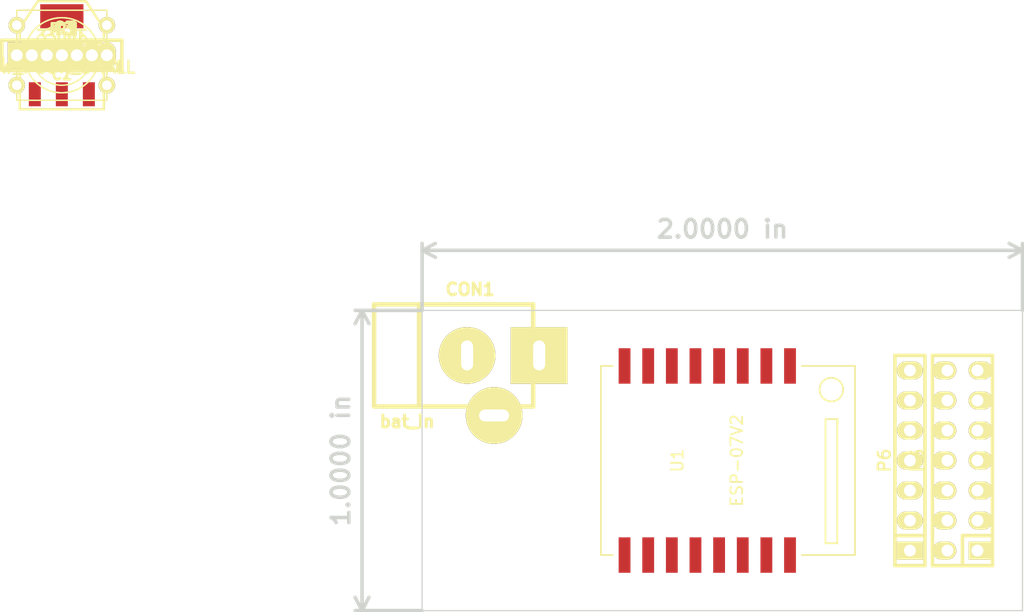
<source format=kicad_pcb>
(kicad_pcb (version 3) (host pcbnew "(2013-jul-07)-stable")

  (general
    (links 59)
    (no_connects 52)
    (area 0 0 0 0)
    (thickness 1.6)
    (drawings 6)
    (tracks 0)
    (zones 0)
    (modules 20)
    (nets 22)
  )

  (page A3)
  (layers
    (15 F.Cu signal)
    (0 B.Cu signal)
    (16 B.Adhes user)
    (17 F.Adhes user)
    (18 B.Paste user)
    (19 F.Paste user)
    (20 B.SilkS user)
    (21 F.SilkS user hide)
    (22 B.Mask user)
    (23 F.Mask user)
    (24 Dwgs.User user)
    (25 Cmts.User user)
    (26 Eco1.User user)
    (27 Eco2.User user)
    (28 Edge.Cuts user)
  )

  (setup
    (last_trace_width 0.254)
    (trace_clearance 0.254)
    (zone_clearance 0.508)
    (zone_45_only no)
    (trace_min 0.254)
    (segment_width 0.2)
    (edge_width 0.1)
    (via_size 0.889)
    (via_drill 0.635)
    (via_min_size 0.889)
    (via_min_drill 0.508)
    (uvia_size 0.508)
    (uvia_drill 0.127)
    (uvias_allowed no)
    (uvia_min_size 0.508)
    (uvia_min_drill 0.127)
    (pcb_text_width 0.3)
    (pcb_text_size 1.5 1.5)
    (mod_edge_width 0.15)
    (mod_text_size 1 1)
    (mod_text_width 0.15)
    (pad_size 1.5 1.5)
    (pad_drill 0.6)
    (pad_to_mask_clearance 0)
    (aux_axis_origin 0 0)
    (visible_elements FFFFFFBF)
    (pcbplotparams
      (layerselection 3178497)
      (usegerberextensions true)
      (excludeedgelayer true)
      (linewidth 0.150000)
      (plotframeref false)
      (viasonmask false)
      (mode 1)
      (useauxorigin false)
      (hpglpennumber 1)
      (hpglpenspeed 20)
      (hpglpendiameter 15)
      (hpglpenoverlay 2)
      (psnegative false)
      (psa4output false)
      (plotreference true)
      (plotvalue true)
      (plotothertext true)
      (plotinvisibletext false)
      (padsonsilk false)
      (subtractmaskfromsilk false)
      (outputformat 1)
      (mirror false)
      (drillshape 1)
      (scaleselection 1)
      (outputdirectory ""))
  )

  (net 0 "")
  (net 1 +3.3V)
  (net 2 +5V)
  (net 3 +5V_CARGADOR)
  (net 4 +5V_USB)
  (net 5 ADC)
  (net 6 ADC_EX)
  (net 7 CH_PD)
  (net 8 D0)
  (net 9 D1)
  (net 10 D2)
  (net 11 D5)
  (net 12 D6)
  (net 13 D7)
  (net 14 FLASH)
  (net 15 GND)
  (net 16 N-0000021)
  (net 17 O02)
  (net 18 O15)
  (net 19 RX)
  (net 20 Reset)
  (net 21 TX)

  (net_class Default "This is the default net class."
    (clearance 0.254)
    (trace_width 0.254)
    (via_dia 0.889)
    (via_drill 0.635)
    (uvia_dia 0.508)
    (uvia_drill 0.127)
    (add_net "")
    (add_net +3.3V)
    (add_net +5V)
    (add_net +5V_CARGADOR)
    (add_net +5V_USB)
    (add_net ADC)
    (add_net ADC_EX)
    (add_net CH_PD)
    (add_net D0)
    (add_net D1)
    (add_net D2)
    (add_net D5)
    (add_net D6)
    (add_net D7)
    (add_net FLASH)
    (add_net GND)
    (add_net N-0000021)
    (add_net O02)
    (add_net O15)
    (add_net RX)
    (add_net Reset)
    (add_net TX)
  )

  (module SW_PUSH_SMALL (layer F.Cu) (tedit 46544DB3) (tstamp 56B29BD7)
    (at 0 0)
    (path /56AB9B49)
    (fp_text reference SW1 (at 0 -0.762) (layer F.SilkS)
      (effects (font (size 1.016 1.016) (thickness 0.2032)))
    )
    (fp_text value SW_PUSH_SMALL (at 0 1.016) (layer F.SilkS)
      (effects (font (size 1.016 1.016) (thickness 0.2032)))
    )
    (fp_circle (center 0 0) (end 0 -2.54) (layer F.SilkS) (width 0.127))
    (fp_line (start -3.81 -3.81) (end 3.81 -3.81) (layer F.SilkS) (width 0.127))
    (fp_line (start 3.81 -3.81) (end 3.81 3.81) (layer F.SilkS) (width 0.127))
    (fp_line (start 3.81 3.81) (end -3.81 3.81) (layer F.SilkS) (width 0.127))
    (fp_line (start -3.81 -3.81) (end -3.81 3.81) (layer F.SilkS) (width 0.127))
    (pad 1 thru_hole circle (at 3.81 -2.54) (size 1.397 1.397) (drill 0.8128)
      (layers *.Cu *.Mask F.SilkS)
      (net 20 Reset)
    )
    (pad 2 thru_hole circle (at 3.81 2.54) (size 1.397 1.397) (drill 0.8128)
      (layers *.Cu *.Mask F.SilkS)
      (net 15 GND)
    )
    (pad 1 thru_hole circle (at -3.81 -2.54) (size 1.397 1.397) (drill 0.8128)
      (layers *.Cu *.Mask F.SilkS)
      (net 20 Reset)
    )
    (pad 2 thru_hole circle (at -3.81 2.54) (size 1.397 1.397) (drill 0.8128)
      (layers *.Cu *.Mask F.SilkS)
      (net 15 GND)
    )
  )

  (module SOT223 (layer F.Cu) (tedit 200000) (tstamp 56B29BE7)
    (at 0 0)
    (descr "module CMS SOT223 4 pins")
    (tags "CMS SOT")
    (path /56B2701C)
    (attr smd)
    (fp_text reference U2 (at 0 -0.762) (layer F.SilkS)
      (effects (font (size 1.016 1.016) (thickness 0.2032)))
    )
    (fp_text value LM1117-3.3V (at 0 0.762) (layer F.SilkS)
      (effects (font (size 1.016 1.016) (thickness 0.2032)))
    )
    (fp_line (start -3.556 1.524) (end -3.556 4.572) (layer F.SilkS) (width 0.2032))
    (fp_line (start -3.556 4.572) (end 3.556 4.572) (layer F.SilkS) (width 0.2032))
    (fp_line (start 3.556 4.572) (end 3.556 1.524) (layer F.SilkS) (width 0.2032))
    (fp_line (start -3.556 -1.524) (end -3.556 -2.286) (layer F.SilkS) (width 0.2032))
    (fp_line (start -3.556 -2.286) (end -2.032 -4.572) (layer F.SilkS) (width 0.2032))
    (fp_line (start -2.032 -4.572) (end 2.032 -4.572) (layer F.SilkS) (width 0.2032))
    (fp_line (start 2.032 -4.572) (end 3.556 -2.286) (layer F.SilkS) (width 0.2032))
    (fp_line (start 3.556 -2.286) (end 3.556 -1.524) (layer F.SilkS) (width 0.2032))
    (pad 4 smd rect (at 0 -3.302) (size 3.6576 2.032)
      (layers F.Cu F.Paste F.Mask)
      (net 15 GND)
    )
    (pad 2 smd rect (at 0 3.302) (size 1.016 2.032)
      (layers F.Cu F.Paste F.Mask)
      (net 1 +3.3V)
    )
    (pad 3 smd rect (at 2.286 3.302) (size 1.016 2.032)
      (layers F.Cu F.Paste F.Mask)
      (net 2 +5V)
    )
    (pad 1 smd rect (at -2.286 3.302) (size 1.016 2.032)
      (layers F.Cu F.Paste F.Mask)
      (net 15 GND)
    )
    (model smd/SOT223.wrl
      (at (xyz 0 0 0))
      (scale (xyz 0.4 0.4 0.4))
      (rotate (xyz 0 0 0))
    )
  )

  (module R3 (layer F.Cu) (tedit 4E4C0E65) (tstamp 56B29BF5)
    (at 0 0)
    (descr "Resitance 3 pas")
    (tags R)
    (path /56B16DB9)
    (autoplace_cost180 10)
    (fp_text reference R6 (at 0 0.127) (layer F.SilkS) hide
      (effects (font (size 1.397 1.27) (thickness 0.2032)))
    )
    (fp_text value 100k (at 0 0.127) (layer F.SilkS)
      (effects (font (size 1.397 1.27) (thickness 0.2032)))
    )
    (fp_line (start -3.81 0) (end -3.302 0) (layer F.SilkS) (width 0.2032))
    (fp_line (start 3.81 0) (end 3.302 0) (layer F.SilkS) (width 0.2032))
    (fp_line (start 3.302 0) (end 3.302 -1.016) (layer F.SilkS) (width 0.2032))
    (fp_line (start 3.302 -1.016) (end -3.302 -1.016) (layer F.SilkS) (width 0.2032))
    (fp_line (start -3.302 -1.016) (end -3.302 1.016) (layer F.SilkS) (width 0.2032))
    (fp_line (start -3.302 1.016) (end 3.302 1.016) (layer F.SilkS) (width 0.2032))
    (fp_line (start 3.302 1.016) (end 3.302 0) (layer F.SilkS) (width 0.2032))
    (fp_line (start -3.302 -0.508) (end -2.794 -1.016) (layer F.SilkS) (width 0.2032))
    (pad 1 thru_hole circle (at -3.81 0) (size 1.397 1.397) (drill 0.8128)
      (layers *.Cu *.Mask F.SilkS)
      (net 5 ADC)
    )
    (pad 2 thru_hole circle (at 3.81 0) (size 1.397 1.397) (drill 0.8128)
      (layers *.Cu *.Mask F.SilkS)
      (net 15 GND)
    )
    (model discret/resistor.wrl
      (at (xyz 0 0 0))
      (scale (xyz 0.3 0.3 0.3))
      (rotate (xyz 0 0 0))
    )
  )

  (module R3 (layer F.Cu) (tedit 4E4C0E65) (tstamp 56B29C03)
    (at 0 0)
    (descr "Resitance 3 pas")
    (tags R)
    (path /56B16DA8)
    (autoplace_cost180 10)
    (fp_text reference R7 (at 0 0.127) (layer F.SilkS) hide
      (effects (font (size 1.397 1.27) (thickness 0.2032)))
    )
    (fp_text value 220k (at 0 0.127) (layer F.SilkS)
      (effects (font (size 1.397 1.27) (thickness 0.2032)))
    )
    (fp_line (start -3.81 0) (end -3.302 0) (layer F.SilkS) (width 0.2032))
    (fp_line (start 3.81 0) (end 3.302 0) (layer F.SilkS) (width 0.2032))
    (fp_line (start 3.302 0) (end 3.302 -1.016) (layer F.SilkS) (width 0.2032))
    (fp_line (start 3.302 -1.016) (end -3.302 -1.016) (layer F.SilkS) (width 0.2032))
    (fp_line (start -3.302 -1.016) (end -3.302 1.016) (layer F.SilkS) (width 0.2032))
    (fp_line (start -3.302 1.016) (end 3.302 1.016) (layer F.SilkS) (width 0.2032))
    (fp_line (start 3.302 1.016) (end 3.302 0) (layer F.SilkS) (width 0.2032))
    (fp_line (start -3.302 -0.508) (end -2.794 -1.016) (layer F.SilkS) (width 0.2032))
    (pad 1 thru_hole circle (at -3.81 0) (size 1.397 1.397) (drill 0.8128)
      (layers *.Cu *.Mask F.SilkS)
      (net 6 ADC_EX)
    )
    (pad 2 thru_hole circle (at 3.81 0) (size 1.397 1.397) (drill 0.8128)
      (layers *.Cu *.Mask F.SilkS)
      (net 5 ADC)
    )
    (model discret/resistor.wrl
      (at (xyz 0 0 0))
      (scale (xyz 0.3 0.3 0.3))
      (rotate (xyz 0 0 0))
    )
  )

  (module R3 (layer F.Cu) (tedit 4E4C0E65) (tstamp 56B29C11)
    (at 0 0)
    (descr "Resitance 3 pas")
    (tags R)
    (path /56AB9C68)
    (autoplace_cost180 10)
    (fp_text reference R5 (at 0 0.127) (layer F.SilkS) hide
      (effects (font (size 1.397 1.27) (thickness 0.2032)))
    )
    (fp_text value 10k (at 0 0.127) (layer F.SilkS)
      (effects (font (size 1.397 1.27) (thickness 0.2032)))
    )
    (fp_line (start -3.81 0) (end -3.302 0) (layer F.SilkS) (width 0.2032))
    (fp_line (start 3.81 0) (end 3.302 0) (layer F.SilkS) (width 0.2032))
    (fp_line (start 3.302 0) (end 3.302 -1.016) (layer F.SilkS) (width 0.2032))
    (fp_line (start 3.302 -1.016) (end -3.302 -1.016) (layer F.SilkS) (width 0.2032))
    (fp_line (start -3.302 -1.016) (end -3.302 1.016) (layer F.SilkS) (width 0.2032))
    (fp_line (start -3.302 1.016) (end 3.302 1.016) (layer F.SilkS) (width 0.2032))
    (fp_line (start 3.302 1.016) (end 3.302 0) (layer F.SilkS) (width 0.2032))
    (fp_line (start -3.302 -0.508) (end -2.794 -1.016) (layer F.SilkS) (width 0.2032))
    (pad 1 thru_hole circle (at -3.81 0) (size 1.397 1.397) (drill 0.8128)
      (layers *.Cu *.Mask F.SilkS)
      (net 17 O02)
    )
    (pad 2 thru_hole circle (at 3.81 0) (size 1.397 1.397) (drill 0.8128)
      (layers *.Cu *.Mask F.SilkS)
      (net 1 +3.3V)
    )
    (model discret/resistor.wrl
      (at (xyz 0 0 0))
      (scale (xyz 0.3 0.3 0.3))
      (rotate (xyz 0 0 0))
    )
  )

  (module R3 (layer F.Cu) (tedit 4E4C0E65) (tstamp 56B29C1F)
    (at 0 0)
    (descr "Resitance 3 pas")
    (tags R)
    (path /56AB9871)
    (autoplace_cost180 10)
    (fp_text reference R1 (at 0 0.127) (layer F.SilkS) hide
      (effects (font (size 1.397 1.27) (thickness 0.2032)))
    )
    (fp_text value 10k (at 0 0.127) (layer F.SilkS)
      (effects (font (size 1.397 1.27) (thickness 0.2032)))
    )
    (fp_line (start -3.81 0) (end -3.302 0) (layer F.SilkS) (width 0.2032))
    (fp_line (start 3.81 0) (end 3.302 0) (layer F.SilkS) (width 0.2032))
    (fp_line (start 3.302 0) (end 3.302 -1.016) (layer F.SilkS) (width 0.2032))
    (fp_line (start 3.302 -1.016) (end -3.302 -1.016) (layer F.SilkS) (width 0.2032))
    (fp_line (start -3.302 -1.016) (end -3.302 1.016) (layer F.SilkS) (width 0.2032))
    (fp_line (start -3.302 1.016) (end 3.302 1.016) (layer F.SilkS) (width 0.2032))
    (fp_line (start 3.302 1.016) (end 3.302 0) (layer F.SilkS) (width 0.2032))
    (fp_line (start -3.302 -0.508) (end -2.794 -1.016) (layer F.SilkS) (width 0.2032))
    (pad 1 thru_hole circle (at -3.81 0) (size 1.397 1.397) (drill 0.8128)
      (layers *.Cu *.Mask F.SilkS)
      (net 14 FLASH)
    )
    (pad 2 thru_hole circle (at 3.81 0) (size 1.397 1.397) (drill 0.8128)
      (layers *.Cu *.Mask F.SilkS)
      (net 1 +3.3V)
    )
    (model discret/resistor.wrl
      (at (xyz 0 0 0))
      (scale (xyz 0.3 0.3 0.3))
      (rotate (xyz 0 0 0))
    )
  )

  (module R3 (layer F.Cu) (tedit 4E4C0E65) (tstamp 56B29C2D)
    (at 0 0)
    (descr "Resitance 3 pas")
    (tags R)
    (path /56AB9B0C)
    (autoplace_cost180 10)
    (fp_text reference R4 (at 0 0.127) (layer F.SilkS) hide
      (effects (font (size 1.397 1.27) (thickness 0.2032)))
    )
    (fp_text value 10k (at 0 0.127) (layer F.SilkS)
      (effects (font (size 1.397 1.27) (thickness 0.2032)))
    )
    (fp_line (start -3.81 0) (end -3.302 0) (layer F.SilkS) (width 0.2032))
    (fp_line (start 3.81 0) (end 3.302 0) (layer F.SilkS) (width 0.2032))
    (fp_line (start 3.302 0) (end 3.302 -1.016) (layer F.SilkS) (width 0.2032))
    (fp_line (start 3.302 -1.016) (end -3.302 -1.016) (layer F.SilkS) (width 0.2032))
    (fp_line (start -3.302 -1.016) (end -3.302 1.016) (layer F.SilkS) (width 0.2032))
    (fp_line (start -3.302 1.016) (end 3.302 1.016) (layer F.SilkS) (width 0.2032))
    (fp_line (start 3.302 1.016) (end 3.302 0) (layer F.SilkS) (width 0.2032))
    (fp_line (start -3.302 -0.508) (end -2.794 -1.016) (layer F.SilkS) (width 0.2032))
    (pad 1 thru_hole circle (at -3.81 0) (size 1.397 1.397) (drill 0.8128)
      (layers *.Cu *.Mask F.SilkS)
      (net 20 Reset)
    )
    (pad 2 thru_hole circle (at 3.81 0) (size 1.397 1.397) (drill 0.8128)
      (layers *.Cu *.Mask F.SilkS)
      (net 1 +3.3V)
    )
    (model discret/resistor.wrl
      (at (xyz 0 0 0))
      (scale (xyz 0.3 0.3 0.3))
      (rotate (xyz 0 0 0))
    )
  )

  (module R3 (layer F.Cu) (tedit 4E4C0E65) (tstamp 56B29C3B)
    (at 0 0)
    (descr "Resitance 3 pas")
    (tags R)
    (path /56AB99C7)
    (autoplace_cost180 10)
    (fp_text reference R2 (at 0 0.127) (layer F.SilkS) hide
      (effects (font (size 1.397 1.27) (thickness 0.2032)))
    )
    (fp_text value 10k (at 0 0.127) (layer F.SilkS)
      (effects (font (size 1.397 1.27) (thickness 0.2032)))
    )
    (fp_line (start -3.81 0) (end -3.302 0) (layer F.SilkS) (width 0.2032))
    (fp_line (start 3.81 0) (end 3.302 0) (layer F.SilkS) (width 0.2032))
    (fp_line (start 3.302 0) (end 3.302 -1.016) (layer F.SilkS) (width 0.2032))
    (fp_line (start 3.302 -1.016) (end -3.302 -1.016) (layer F.SilkS) (width 0.2032))
    (fp_line (start -3.302 -1.016) (end -3.302 1.016) (layer F.SilkS) (width 0.2032))
    (fp_line (start -3.302 1.016) (end 3.302 1.016) (layer F.SilkS) (width 0.2032))
    (fp_line (start 3.302 1.016) (end 3.302 0) (layer F.SilkS) (width 0.2032))
    (fp_line (start -3.302 -0.508) (end -2.794 -1.016) (layer F.SilkS) (width 0.2032))
    (pad 1 thru_hole circle (at -3.81 0) (size 1.397 1.397) (drill 0.8128)
      (layers *.Cu *.Mask F.SilkS)
      (net 7 CH_PD)
    )
    (pad 2 thru_hole circle (at 3.81 0) (size 1.397 1.397) (drill 0.8128)
      (layers *.Cu *.Mask F.SilkS)
      (net 1 +3.3V)
    )
    (model discret/resistor.wrl
      (at (xyz 0 0 0))
      (scale (xyz 0.3 0.3 0.3))
      (rotate (xyz 0 0 0))
    )
  )

  (module R3 (layer F.Cu) (tedit 4E4C0E65) (tstamp 56B29C49)
    (at 0 0)
    (descr "Resitance 3 pas")
    (tags R)
    (path /56AB9A5D)
    (autoplace_cost180 10)
    (fp_text reference R3 (at 0 0.127) (layer F.SilkS) hide
      (effects (font (size 1.397 1.27) (thickness 0.2032)))
    )
    (fp_text value 10k (at 0 0.127) (layer F.SilkS)
      (effects (font (size 1.397 1.27) (thickness 0.2032)))
    )
    (fp_line (start -3.81 0) (end -3.302 0) (layer F.SilkS) (width 0.2032))
    (fp_line (start 3.81 0) (end 3.302 0) (layer F.SilkS) (width 0.2032))
    (fp_line (start 3.302 0) (end 3.302 -1.016) (layer F.SilkS) (width 0.2032))
    (fp_line (start 3.302 -1.016) (end -3.302 -1.016) (layer F.SilkS) (width 0.2032))
    (fp_line (start -3.302 -1.016) (end -3.302 1.016) (layer F.SilkS) (width 0.2032))
    (fp_line (start -3.302 1.016) (end 3.302 1.016) (layer F.SilkS) (width 0.2032))
    (fp_line (start 3.302 1.016) (end 3.302 0) (layer F.SilkS) (width 0.2032))
    (fp_line (start -3.302 -0.508) (end -2.794 -1.016) (layer F.SilkS) (width 0.2032))
    (pad 1 thru_hole circle (at -3.81 0) (size 1.397 1.397) (drill 0.8128)
      (layers *.Cu *.Mask F.SilkS)
      (net 18 O15)
    )
    (pad 2 thru_hole circle (at 3.81 0) (size 1.397 1.397) (drill 0.8128)
      (layers *.Cu *.Mask F.SilkS)
      (net 15 GND)
    )
    (model discret/resistor.wrl
      (at (xyz 0 0 0))
      (scale (xyz 0.3 0.3 0.3))
      (rotate (xyz 0 0 0))
    )
  )

  (module pin_socket_7x2 (layer F.Cu) (tedit 4B90DCE3) (tstamp 56B29C61)
    (at 76.2 34.29 90)
    (descr "Pin socket 7x2pin")
    (tags "CONN DEV")
    (path /56B2762B)
    (fp_text reference P5 (at 0 -3.81 90) (layer F.SilkS)
      (effects (font (size 1.016 1.016) (thickness 0.2032)))
    )
    (fp_text value "(GND,VCC)_GPIO" (at 0 -5.08 90) (layer F.SilkS) hide
      (effects (font (size 1.016 0.889) (thickness 0.2032)))
    )
    (fp_line (start -8.89 -2.54) (end 8.89 -2.54) (layer F.SilkS) (width 0.3048))
    (fp_line (start 8.89 -2.54) (end 8.89 2.54) (layer F.SilkS) (width 0.3048))
    (fp_line (start 8.89 2.54) (end -8.89 2.54) (layer F.SilkS) (width 0.3048))
    (fp_line (start -8.89 0) (end -6.35 0) (layer F.SilkS) (width 0.3048))
    (fp_line (start -6.35 0) (end -6.35 2.54) (layer F.SilkS) (width 0.3048))
    (fp_line (start -8.89 -2.54) (end -8.89 2.54) (layer F.SilkS) (width 0.3048))
    (pad 1 thru_hole rect (at -7.62 1.27 90) (size 1.524 1.99898) (drill 1.00076 (offset 0 0.24892))
      (layers *.Cu *.Mask F.SilkS)
      (net 15 GND)
    )
    (pad 2 thru_hole oval (at -7.62 -1.27 90) (size 1.524 1.99898) (drill 1.00076 (offset 0 -0.24892))
      (layers *.Cu *.Mask F.SilkS)
      (net 16 N-0000021)
    )
    (pad 3 thru_hole oval (at -5.08 1.27 90) (size 1.524 1.99898) (drill 1.00076 (offset 0 0.24892))
      (layers *.Cu *.Mask F.SilkS)
      (net 15 GND)
    )
    (pad 4 thru_hole oval (at -5.08 -1.27 90) (size 1.524 1.99898) (drill 1.00076 (offset 0 -0.24892))
      (layers *.Cu *.Mask F.SilkS)
      (net 16 N-0000021)
    )
    (pad 5 thru_hole oval (at -2.54 1.27 90) (size 1.524 1.99898) (drill 1.00076 (offset 0 0.24892))
      (layers *.Cu *.Mask F.SilkS)
      (net 15 GND)
    )
    (pad 6 thru_hole oval (at -2.54 -1.27 90) (size 1.524 1.99898) (drill 1.00076 (offset 0 -0.24892))
      (layers *.Cu *.Mask F.SilkS)
      (net 16 N-0000021)
    )
    (pad 7 thru_hole oval (at 0 1.27 90) (size 1.524 1.99898) (drill 1.00076 (offset 0 0.24892))
      (layers *.Cu *.Mask F.SilkS)
      (net 15 GND)
    )
    (pad 8 thru_hole oval (at 0 -1.27 90) (size 1.524 1.99898) (drill 1.00076 (offset 0 -0.24892))
      (layers *.Cu *.Mask F.SilkS)
      (net 16 N-0000021)
    )
    (pad 9 thru_hole oval (at 2.54 1.27 90) (size 1.524 1.99898) (drill 1.00076 (offset 0 0.24892))
      (layers *.Cu *.Mask F.SilkS)
      (net 15 GND)
    )
    (pad 10 thru_hole oval (at 2.54 -1.27 90) (size 1.524 1.99898) (drill 1.00076 (offset 0 -0.24892))
      (layers *.Cu *.Mask F.SilkS)
      (net 16 N-0000021)
    )
    (pad 11 thru_hole oval (at 5.08 1.27 90) (size 1.524 1.99898) (drill 1.00076 (offset 0 0.24892))
      (layers *.Cu *.Mask F.SilkS)
      (net 15 GND)
    )
    (pad 12 thru_hole oval (at 5.08 -1.27 90) (size 1.524 1.99898) (drill 1.00076 (offset 0 -0.24892))
      (layers *.Cu *.Mask F.SilkS)
      (net 16 N-0000021)
    )
    (pad 13 thru_hole oval (at 7.62 1.27 90) (size 1.524 1.99898) (drill 1.00076 (offset 0 0.24892))
      (layers *.Cu *.Mask F.SilkS)
      (net 15 GND)
    )
    (pad 14 thru_hole oval (at 7.62 -1.27 90) (size 1.524 1.99898) (drill 1.00076 (offset 0 -0.24892))
      (layers *.Cu *.Mask F.SilkS)
      (net 16 N-0000021)
    )
    (model walter/pin_strip/pin_socket_7x2.wrl
      (at (xyz 0 0 0))
      (scale (xyz 1 1 1))
      (rotate (xyz 0 0 0))
    )
  )

  (module pin_socket_7 (layer F.Cu) (tedit 4B90DFA8) (tstamp 56B29C71)
    (at 71.755 34.29 90)
    (descr "Pin socket 7pin")
    (tags "CONN DEV")
    (path /56B276B6)
    (fp_text reference P6 (at 0 -2.159 90) (layer F.SilkS)
      (effects (font (size 1.016 1.016) (thickness 0.2032)))
    )
    (fp_text value salidas_GPIO (at 0.254 -3.556 90) (layer F.SilkS) hide
      (effects (font (size 1.016 0.889) (thickness 0.2032)))
    )
    (fp_line (start -6.35 -1.27) (end -6.35 1.27) (layer F.SilkS) (width 0.3048))
    (fp_line (start -8.89 1.27) (end 8.89 1.27) (layer F.SilkS) (width 0.3048))
    (fp_line (start 8.89 -1.27) (end -8.89 -1.27) (layer F.SilkS) (width 0.3048))
    (fp_line (start -8.89 1.27) (end -8.89 -1.27) (layer F.SilkS) (width 0.3048))
    (fp_line (start 8.89 -1.27) (end 8.89 1.27) (layer F.SilkS) (width 0.3048))
    (pad 1 thru_hole rect (at -7.62 0 90) (size 1.524 2.19964) (drill 1.00076)
      (layers *.Cu *.Mask F.SilkS)
      (net 8 D0)
    )
    (pad 2 thru_hole oval (at -5.08 0 90) (size 1.524 2.19964) (drill 1.00076)
      (layers *.Cu *.Mask F.SilkS)
      (net 9 D1)
    )
    (pad 3 thru_hole oval (at -2.54 0 90) (size 1.524 2.19964) (drill 1.00076)
      (layers *.Cu *.Mask F.SilkS)
      (net 10 D2)
    )
    (pad 4 thru_hole oval (at 0 0 90) (size 1.524 2.19964) (drill 1.00076)
      (layers *.Cu *.Mask F.SilkS)
      (net 11 D5)
    )
    (pad 5 thru_hole oval (at 2.54 0 90) (size 1.524 2.19964) (drill 1.00076)
      (layers *.Cu *.Mask F.SilkS)
      (net 12 D6)
    )
    (pad 6 thru_hole oval (at 5.08 0 90) (size 1.524 2.19964) (drill 1.00076)
      (layers *.Cu *.Mask F.SilkS)
      (net 13 D7)
    )
    (pad 7 thru_hole oval (at 7.62 0 90) (size 1.524 2.19964) (drill 1.00076)
      (layers *.Cu *.Mask F.SilkS)
      (net 6 ADC_EX)
    )
    (model walter/pin_strip/pin_socket_7.wrl
      (at (xyz 0 0 0))
      (scale (xyz 1 1 1))
      (rotate (xyz 0 0 0))
    )
  )

  (module pin_socket_4 (layer F.Cu) (tedit 4B90DFFC) (tstamp 56B29C7E)
    (at 0 0)
    (descr "Pin socket 4pin")
    (tags "CONN DEV")
    (path /56AB909B)
    (fp_text reference P3 (at 0 -2.159) (layer F.SilkS)
      (effects (font (size 1.016 1.016) (thickness 0.2032)))
    )
    (fp_text value uart (at 0.254 -3.556) (layer F.SilkS) hide
      (effects (font (size 1.016 0.889) (thickness 0.2032)))
    )
    (fp_line (start -2.54 -1.27) (end -2.54 1.27) (layer F.SilkS) (width 0.3048))
    (fp_line (start 5.08 1.27) (end -5.08 1.27) (layer F.SilkS) (width 0.3048))
    (fp_line (start -5.08 -1.27) (end 5.08 -1.27) (layer F.SilkS) (width 0.3048))
    (fp_line (start -5.08 1.27) (end -5.08 -1.27) (layer F.SilkS) (width 0.3048))
    (fp_line (start 5.08 -1.27) (end 5.08 1.27) (layer F.SilkS) (width 0.3048))
    (pad 1 thru_hole rect (at -3.81 0) (size 1.524 2.19964) (drill 1.00076)
      (layers *.Cu *.Mask F.SilkS)
      (net 15 GND)
    )
    (pad 2 thru_hole oval (at -1.27 0) (size 1.524 2.19964) (drill 1.00076)
      (layers *.Cu *.Mask F.SilkS)
      (net 21 TX)
    )
    (pad 3 thru_hole oval (at 1.27 0) (size 1.524 2.19964) (drill 1.00076)
      (layers *.Cu *.Mask F.SilkS)
      (net 19 RX)
    )
    (pad 4 thru_hole oval (at 3.81 0) (size 1.524 2.19964) (drill 1.00076)
      (layers *.Cu *.Mask F.SilkS)
      (net 4 +5V_USB)
    )
    (model walter/pin_strip/pin_socket_4.wrl
      (at (xyz 0 0 0))
      (scale (xyz 1 1 1))
      (rotate (xyz 0 0 0))
    )
  )

  (module pin_socket_3 (layer F.Cu) (tedit 4B90E017) (tstamp 56B29C8A)
    (at 0 0)
    (descr "Pin socket 3pin")
    (tags "CONN DEV")
    (path /56AB9EB4)
    (fp_text reference JP3 (at 0 -2.159) (layer F.SilkS)
      (effects (font (size 1.016 1.016) (thickness 0.2032)))
    )
    (fp_text value "jump 3.3v or 5v" (at 0.254 -3.556) (layer F.SilkS) hide
      (effects (font (size 1.016 0.889) (thickness 0.2032)))
    )
    (fp_line (start -1.27 1.27) (end -1.27 -1.27) (layer F.SilkS) (width 0.3048))
    (fp_line (start -3.81 -1.27) (end 3.81 -1.27) (layer F.SilkS) (width 0.3048))
    (fp_line (start 3.81 -1.27) (end 3.81 1.27) (layer F.SilkS) (width 0.3048))
    (fp_line (start 3.81 1.27) (end -3.81 1.27) (layer F.SilkS) (width 0.3048))
    (fp_line (start -3.81 1.27) (end -3.81 -1.27) (layer F.SilkS) (width 0.3048))
    (pad 1 thru_hole rect (at -2.54 0) (size 1.524 2.19964) (drill 1.00076)
      (layers *.Cu *.Mask F.SilkS)
      (net 2 +5V)
    )
    (pad 2 thru_hole oval (at 0 0) (size 1.524 2.19964) (drill 1.00076)
      (layers *.Cu *.Mask F.SilkS)
      (net 16 N-0000021)
    )
    (pad 3 thru_hole oval (at 2.54 0) (size 1.524 2.19964) (drill 1.00076)
      (layers *.Cu *.Mask F.SilkS)
      (net 1 +3.3V)
    )
    (model walter/pin_strip/pin_socket_3.wrl
      (at (xyz 0 0 0))
      (scale (xyz 1 1 1))
      (rotate (xyz 0 0 0))
    )
  )

  (module pin_socket_3 (layer F.Cu) (tedit 4B90E017) (tstamp 56B29C96)
    (at 0 0)
    (descr "Pin socket 3pin")
    (tags "CONN DEV")
    (path /56AB9261)
    (fp_text reference JP1 (at 0 -2.159) (layer F.SilkS)
      (effects (font (size 1.016 1.016) (thickness 0.2032)))
    )
    (fp_text value jump_power_source (at 0.254 -3.556) (layer F.SilkS) hide
      (effects (font (size 1.016 0.889) (thickness 0.2032)))
    )
    (fp_line (start -1.27 1.27) (end -1.27 -1.27) (layer F.SilkS) (width 0.3048))
    (fp_line (start -3.81 -1.27) (end 3.81 -1.27) (layer F.SilkS) (width 0.3048))
    (fp_line (start 3.81 -1.27) (end 3.81 1.27) (layer F.SilkS) (width 0.3048))
    (fp_line (start 3.81 1.27) (end -3.81 1.27) (layer F.SilkS) (width 0.3048))
    (fp_line (start -3.81 1.27) (end -3.81 -1.27) (layer F.SilkS) (width 0.3048))
    (pad 1 thru_hole rect (at -2.54 0) (size 1.524 2.19964) (drill 1.00076)
      (layers *.Cu *.Mask F.SilkS)
      (net 4 +5V_USB)
    )
    (pad 2 thru_hole oval (at 0 0) (size 1.524 2.19964) (drill 1.00076)
      (layers *.Cu *.Mask F.SilkS)
      (net 2 +5V)
    )
    (pad 3 thru_hole oval (at 2.54 0) (size 1.524 2.19964) (drill 1.00076)
      (layers *.Cu *.Mask F.SilkS)
      (net 3 +5V_CARGADOR)
    )
    (model walter/pin_strip/pin_socket_3.wrl
      (at (xyz 0 0 0))
      (scale (xyz 1 1 1))
      (rotate (xyz 0 0 0))
    )
  )

  (module pin_socket_2 (layer F.Cu) (tedit 4F0999B2) (tstamp 56B29CA3)
    (at 0 0)
    (descr "Pin socket 2pin")
    (tags "CONN DEV")
    (path /56AB9921)
    (fp_text reference JP2 (at 0 -2.159) (layer F.SilkS)
      (effects (font (size 1.016 1.016) (thickness 0.2032)))
    )
    (fp_text value JUMPER (at 0.254 -3.556) (layer F.SilkS) hide
      (effects (font (size 1.016 0.889) (thickness 0.2032)))
    )
    (fp_line (start 0 -1.27) (end 0 1.27) (layer F.SilkS) (width 0.3048))
    (fp_line (start 0 1.27) (end -2.54 -1.27) (layer F.SilkS) (width 0.3048))
    (fp_line (start -2.54 1.27) (end 0 -1.27) (layer F.SilkS) (width 0.3048))
    (fp_line (start 2.54 1.27) (end -2.54 1.27) (layer F.SilkS) (width 0.3048))
    (fp_line (start -2.54 -1.27) (end 2.54 -1.27) (layer F.SilkS) (width 0.3048))
    (fp_line (start -2.54 1.27) (end -2.54 -1.27) (layer F.SilkS) (width 0.3048))
    (fp_line (start 2.54 -1.27) (end 2.54 1.27) (layer F.SilkS) (width 0.3048))
    (pad 1 thru_hole rect (at -1.27 0) (size 1.524 2.19964) (drill 1.00076)
      (layers *.Cu *.Mask F.SilkS)
      (net 15 GND)
    )
    (pad 2 thru_hole oval (at 1.27 0) (size 1.524 2.19964) (drill 1.00076)
      (layers *.Cu *.Mask F.SilkS)
      (net 14 FLASH)
    )
    (model walter/pin_strip/pin_socket_2.wrl
      (at (xyz 0 0 0))
      (scale (xyz 1 1 1))
      (rotate (xyz 0 0 0))
    )
  )

  (module JACK_ALIM (layer F.Cu) (tedit 4AF1CB36) (tstamp 56B29CB1)
    (at 34.29 25.4)
    (descr "module 1 pin (ou trou mecanique de percage)")
    (tags "CONN JACK")
    (path /56AB9338)
    (fp_text reference CON1 (at 0.254 -5.588) (layer F.SilkS)
      (effects (font (size 1.016 1.016) (thickness 0.254)))
    )
    (fp_text value bat_in (at -5.08 5.588) (layer F.SilkS)
      (effects (font (size 1.016 1.016) (thickness 0.254)))
    )
    (fp_line (start -7.112 -4.318) (end -7.874 -4.318) (layer F.SilkS) (width 0.381))
    (fp_line (start -7.874 -4.318) (end -7.874 4.318) (layer F.SilkS) (width 0.381))
    (fp_line (start -7.874 4.318) (end -7.112 4.318) (layer F.SilkS) (width 0.381))
    (fp_line (start -4.064 -4.318) (end -4.064 4.318) (layer F.SilkS) (width 0.381))
    (fp_line (start 5.588 -4.318) (end 5.588 4.318) (layer F.SilkS) (width 0.381))
    (fp_line (start -7.112 4.318) (end 5.588 4.318) (layer F.SilkS) (width 0.381))
    (fp_line (start -7.112 -4.318) (end 5.588 -4.318) (layer F.SilkS) (width 0.381))
    (pad 2 thru_hole circle (at 0 0) (size 4.8006 4.8006) (drill oval 1.016 2.54)
      (layers *.Cu *.Mask F.SilkS)
      (net 15 GND)
    )
    (pad 1 thru_hole rect (at 6.096 0) (size 4.8006 4.8006) (drill oval 1.016 2.54)
      (layers *.Cu *.Mask F.SilkS)
      (net 3 +5V_CARGADOR)
    )
    (pad 3 thru_hole circle (at 2.286 5.08) (size 4.8006 4.8006) (drill oval 2.54 1.016)
      (layers *.Cu *.Mask F.SilkS)
      (net 15 GND)
    )
    (model connectors/POWER_21.wrl
      (at (xyz 0 0 0))
      (scale (xyz 0.8 0.8 0.8))
      (rotate (xyz 0 0 0))
    )
  )

  (module ESP-07v2 (layer F.Cu) (tedit 56B29D1F) (tstamp 56B29CD3)
    (at 54.61 34.29 270)
    (path /56AB8C6B)
    (fp_text reference U1 (at 0 2.54 270) (layer F.SilkS)
      (effects (font (size 1 1) (thickness 0.15)))
    )
    (fp_text value ESP-07V2 (at 0 -2.5 270) (layer F.SilkS)
      (effects (font (size 1 1) (thickness 0.15)))
    )
    (fp_line (start -3.5 -11) (end 7 -11) (layer F.SilkS) (width 0.15))
    (fp_line (start 7 -11) (end 7 -10) (layer F.SilkS) (width 0.15))
    (fp_line (start 7 -10) (end -3.5 -10) (layer F.SilkS) (width 0.15))
    (fp_line (start -3.5 -10) (end -3.5 -11) (layer F.SilkS) (width 0.15))
    (fp_line (start -3.5 -11) (end -3 -11) (layer F.SilkS) (width 0.15))
    (fp_line (start -3 -11) (end -3.5 -11) (layer F.SilkS) (width 0.15))
    (fp_line (start -3.5 -11) (end -3 -11) (layer F.SilkS) (width 0.15))
    (fp_circle (center -6 -10.5) (end -6 -9.5) (layer F.SilkS) (width 0.15))
    (fp_line (start -8 -8) (end -8 -12.5) (layer F.SilkS) (width 0.15))
    (fp_line (start -8 -12.5) (end 8 -12.5) (layer F.SilkS) (width 0.15))
    (fp_line (start 8 -12.5) (end 8 -8) (layer F.SilkS) (width 0.15))
    (fp_line (start -8 8) (end -8 9) (layer F.SilkS) (width 0.15))
    (fp_line (start -8 9) (end 8 9) (layer F.SilkS) (width 0.15))
    (fp_line (start 8 9) (end 8 8) (layer F.SilkS) (width 0.15))
    (pad 1 smd rect (at -8 -7 270) (size 3 1)
      (layers F.Cu F.Paste F.Mask)
      (net 20 Reset)
    )
    (pad 2 smd rect (at -8 -5 270) (size 3 1)
      (layers F.Cu F.Paste F.Mask)
      (net 5 ADC)
    )
    (pad 3 smd rect (at -8 -3 270) (size 3 1)
      (layers F.Cu F.Paste F.Mask)
      (net 7 CH_PD)
    )
    (pad 4 smd rect (at -8 -1 270) (size 3 1)
      (layers F.Cu F.Paste F.Mask)
      (net 8 D0)
    )
    (pad 5 smd rect (at -8 1 270) (size 3 1)
      (layers F.Cu F.Paste F.Mask)
      (net 11 D5)
    )
    (pad 6 smd rect (at -8 3 270) (size 3 1)
      (layers F.Cu F.Paste F.Mask)
      (net 12 D6)
    )
    (pad 7 smd rect (at -8 5 270) (size 3 1)
      (layers F.Cu F.Paste F.Mask)
      (net 13 D7)
    )
    (pad 8 smd rect (at -8 7 270) (size 3 1)
      (layers F.Cu F.Paste F.Mask)
      (net 1 +3.3V)
    )
    (pad 9 smd rect (at 8 7 270) (size 3 1)
      (layers F.Cu F.Paste F.Mask)
      (net 15 GND)
    )
    (pad 10 smd rect (at 8 5 270) (size 3 1)
      (layers F.Cu F.Paste F.Mask)
      (net 18 O15)
    )
    (pad 11 smd rect (at 8 3 270) (size 3 1)
      (layers F.Cu F.Paste F.Mask)
      (net 17 O02)
    )
    (pad 12 smd rect (at 8 1 270) (size 3 1)
      (layers F.Cu F.Paste F.Mask)
      (net 14 FLASH)
    )
    (pad 13 smd rect (at 8 -1 270) (size 3 1)
      (layers F.Cu F.Paste F.Mask)
      (net 9 D1)
    )
    (pad 14 smd rect (at 8 -3 270) (size 3 1)
      (layers F.Cu F.Paste F.Mask)
      (net 10 D2)
    )
    (pad 15 smd rect (at 8 -5 270) (size 3 1)
      (layers F.Cu F.Paste F.Mask)
      (net 19 RX)
    )
    (pad 16 smd rect (at 8 -7 270) (size 3 1)
      (layers F.Cu F.Paste F.Mask)
      (net 21 TX)
    )
  )

  (module C1V7 (layer F.Cu) (tedit 200000) (tstamp 56B29CDB)
    (at 0 0)
    (path /56AB9822)
    (fp_text reference C1 (at 0 1.524) (layer F.SilkS)
      (effects (font (size 1.143 0.889) (thickness 0.2032)))
    )
    (fp_text value 330µF (at 0 -1.524) (layer F.SilkS)
      (effects (font (size 1.143 0.889) (thickness 0.2032)))
    )
    (fp_text user + (at -2.54 0) (layer F.SilkS)
      (effects (font (size 1.143 1.143) (thickness 0.3048)))
    )
    (fp_circle (center 0 0) (end 3.175 0) (layer F.SilkS) (width 0.127))
    (pad 1 thru_hole rect (at -1.27 0) (size 1.524 1.524) (drill 0.8128)
      (layers *.Cu *.Mask F.SilkS)
      (net 1 +3.3V)
    )
    (pad 2 thru_hole circle (at 1.27 0) (size 1.524 1.524) (drill 0.8128)
      (layers *.Cu *.Mask F.SilkS)
      (net 15 GND)
    )
    (model discret/c_vert_c1v7.wrl
      (at (xyz 0 0 0))
      (scale (xyz 1 1 1))
      (rotate (xyz 0 0 0))
    )
  )

  (module C1V7 (layer F.Cu) (tedit 200000) (tstamp 56B29CE3)
    (at 0 0)
    (path /56AB9744)
    (fp_text reference C2 (at 0 1.524) (layer F.SilkS)
      (effects (font (size 1.143 0.889) (thickness 0.2032)))
    )
    (fp_text value 330µF (at 0 -1.524) (layer F.SilkS)
      (effects (font (size 1.143 0.889) (thickness 0.2032)))
    )
    (fp_text user + (at -2.54 0) (layer F.SilkS)
      (effects (font (size 1.143 1.143) (thickness 0.3048)))
    )
    (fp_circle (center 0 0) (end 3.175 0) (layer F.SilkS) (width 0.127))
    (pad 1 thru_hole rect (at -1.27 0) (size 1.524 1.524) (drill 0.8128)
      (layers *.Cu *.Mask F.SilkS)
      (net 2 +5V)
    )
    (pad 2 thru_hole circle (at 1.27 0) (size 1.524 1.524) (drill 0.8128)
      (layers *.Cu *.Mask F.SilkS)
      (net 15 GND)
    )
    (model discret/c_vert_c1v7.wrl
      (at (xyz 0 0 0))
      (scale (xyz 1 1 1))
      (rotate (xyz 0 0 0))
    )
  )

  (module C1 (layer F.Cu) (tedit 3F92C496) (tstamp 56B29CEE)
    (at 0 0)
    (descr "Condensateur e = 1 pas")
    (tags C)
    (path /56AB951C)
    (fp_text reference C3 (at 0.254 -2.286) (layer F.SilkS)
      (effects (font (size 1.016 1.016) (thickness 0.2032)))
    )
    (fp_text value 100pF (at 0 -2.286) (layer F.SilkS) hide
      (effects (font (size 1.016 1.016) (thickness 0.2032)))
    )
    (fp_line (start -2.4892 -1.27) (end 2.54 -1.27) (layer F.SilkS) (width 0.3048))
    (fp_line (start 2.54 -1.27) (end 2.54 1.27) (layer F.SilkS) (width 0.3048))
    (fp_line (start 2.54 1.27) (end -2.54 1.27) (layer F.SilkS) (width 0.3048))
    (fp_line (start -2.54 1.27) (end -2.54 -1.27) (layer F.SilkS) (width 0.3048))
    (fp_line (start -2.54 -0.635) (end -1.905 -1.27) (layer F.SilkS) (width 0.3048))
    (pad 1 thru_hole circle (at -1.27 0) (size 1.397 1.397) (drill 0.8128)
      (layers *.Cu *.Mask F.SilkS)
      (net 1 +3.3V)
    )
    (pad 2 thru_hole circle (at 1.27 0) (size 1.397 1.397) (drill 0.8128)
      (layers *.Cu *.Mask F.SilkS)
      (net 15 GND)
    )
    (model discret/capa_1_pas.wrl
      (at (xyz 0 0 0))
      (scale (xyz 1 1 1))
      (rotate (xyz 0 0 0))
    )
  )

  (gr_line (start 81.28 21.59) (end 30.48 21.59) (angle 90) (layer Edge.Cuts) (width 0.1))
  (gr_line (start 81.28 46.99) (end 81.28 21.59) (angle 90) (layer Edge.Cuts) (width 0.1))
  (gr_line (start 30.48 46.99) (end 81.28 46.99) (angle 90) (layer Edge.Cuts) (width 0.1))
  (gr_line (start 30.48 21.59) (end 30.48 46.99) (angle 90) (layer Edge.Cuts) (width 0.1))
  (dimension 25.4 (width 0.3) (layer Edge.Cuts)
    (gr_text 25,400mm (at 24.050001 34.29 270) (layer Edge.Cuts)
      (effects (font (size 1.5 1.5) (thickness 0.3)))
    )
    (feature1 (pts (xy 30.48 46.99) (xy 22.700001 46.99)))
    (feature2 (pts (xy 30.48 21.59) (xy 22.700001 21.59)))
    (crossbar (pts (xy 25.400001 21.59) (xy 25.400001 46.99)))
    (arrow1a (pts (xy 25.400001 46.99) (xy 24.813581 45.863497)))
    (arrow1b (pts (xy 25.400001 46.99) (xy 25.986421 45.863497)))
    (arrow2a (pts (xy 25.400001 21.59) (xy 24.813581 22.716503)))
    (arrow2b (pts (xy 25.400001 21.59) (xy 25.986421 22.716503)))
  )
  (dimension 50.8 (width 0.3) (layer Edge.Cuts)
    (gr_text 50,800mm (at 55.88 15.160001) (layer Edge.Cuts)
      (effects (font (size 1.5 1.5) (thickness 0.3)))
    )
    (feature1 (pts (xy 81.28 21.59) (xy 81.28 13.810001)))
    (feature2 (pts (xy 30.48 21.59) (xy 30.48 13.810001)))
    (crossbar (pts (xy 30.48 16.510001) (xy 81.28 16.510001)))
    (arrow1a (pts (xy 81.28 16.510001) (xy 80.153497 17.096421)))
    (arrow1b (pts (xy 81.28 16.510001) (xy 80.153497 15.923581)))
    (arrow2a (pts (xy 30.48 16.510001) (xy 31.606503 17.096421)))
    (arrow2b (pts (xy 30.48 16.510001) (xy 31.606503 15.923581)))
  )

)

</source>
